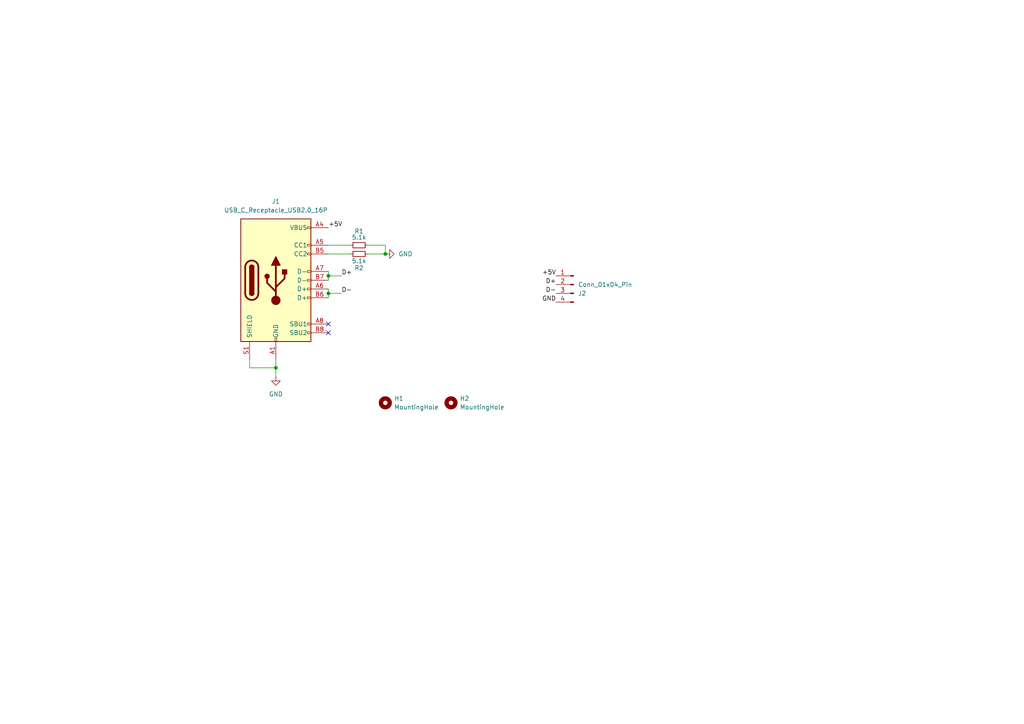
<source format=kicad_sch>
(kicad_sch (version 20231120) (generator "eeschema") (generator_version "8.0")
  (paper "A4")
  (title_block (title "Male pogo pin USB connector (for charging \"case\")"))
  (lib_symbols
    (symbol "Connector:Conn_01x04_Pin" (pin_names (offset 1.016) hide)
      (property "Reference" "J" (at 0 5.08 0))
      (property "Value" "Conn_01x04_Pin" (at 0 -7.62 0))
      (symbol "Conn_01x04_Pin_1_1"
        (polyline (pts (xy 1.27 -5.08) (xy 0.8636 -5.08)) (stroke (width 0.1524)))
        (polyline (pts (xy 1.27 -2.54) (xy 0.8636 -2.54)) (stroke (width 0.1524)))
        (polyline (pts (xy 1.27 0) (xy 0.8636 0)) (stroke (width 0.1524)))
        (polyline (pts (xy 1.27 2.54) (xy 0.8636 2.54)) (stroke (width 0.1524)))
        (rectangle (start 0.8636 -4.953) (end 0 -5.207) (stroke (width 0.1524)) (fill (type outline)))
        (rectangle (start 0.8636 -2.413) (end 0 -2.667) (stroke (width 0.1524)) (fill (type outline)))
        (rectangle (start 0.8636 0.127) (end 0 -0.127) (stroke (width 0.1524)) (fill (type outline)))
        (rectangle (start 0.8636 2.667) (end 0 2.413) (stroke (width 0.1524)) (fill (type outline)))
        (pin passive line (at 5.08 2.54 180) (length 3.81) (name "Pin_1") (number "1"))
        (pin passive line (at 5.08 0 180) (length 3.81) (name "Pin_2") (number "2"))
        (pin passive line (at 5.08 -2.54 180) (length 3.81) (name "Pin_3") (number "3"))
        (pin passive line (at 5.08 -5.08 180) (length 3.81) (name "Pin_4") (number "4"))
      )
    )
    (symbol "Connector:USB_C_Receptacle_USB2.0_16P" (pin_names (offset 1.016))
      (property "Reference" "J" (at 0 22.225 0))
      (property "Value" "USB_C_Receptacle_USB2.0_16P" (at 0 19.685 0))
      (symbol "USB_C_Receptacle_USB2.0_16P_0_0"
        (rectangle (start -0.254 -17.78) (end 0.254 -16.764))
        (rectangle (start 10.16 -14.986) (end 9.144 -15.494))
        (rectangle (start 10.16 -12.446) (end 9.144 -12.954))
        (rectangle (start 10.16 -4.826) (end 9.144 -5.334))
        (rectangle (start 10.16 -2.286) (end 9.144 -2.794))
        (rectangle (start 10.16 0.254) (end 9.144 -0.254))
        (rectangle (start 10.16 2.794) (end 9.144 2.286))
        (rectangle (start 10.16 7.874) (end 9.144 7.366))
        (rectangle (start 10.16 10.414) (end 9.144 9.906))
        (rectangle (start 10.16 15.494) (end 9.144 14.986))
      )
      (symbol "USB_C_Receptacle_USB2.0_16P_0_1"
        (rectangle (start -10.16 17.78) (end 10.16 -17.78) (stroke (width 0.254)) (fill (type background)))
        (arc (start -8.89 -3.81) (mid -6.985 -5.7067) (end -5.08 -3.81) (stroke (width 0.508)))
        (arc (start -7.62 -3.81) (mid -6.985 -4.4423) (end -6.35 -3.81) (stroke (width 0.254)))
        (arc (start -7.62 -3.81) (mid -6.985 -4.4423) (end -6.35 -3.81) (stroke (width 0.254)) (fill (type outline)))
        (rectangle (start -7.62 -3.81) (end -6.35 3.81) (stroke (width 0.254)) (fill (type outline)))
        (arc (start -6.35 3.81) (mid -6.985 4.4423) (end -7.62 3.81) (stroke (width 0.254)))
        (arc (start -6.35 3.81) (mid -6.985 4.4423) (end -7.62 3.81) (stroke (width 0.254)) (fill (type outline)))
        (arc (start -5.08 3.81) (mid -6.985 5.7067) (end -8.89 3.81) (stroke (width 0.508)))
        (circle (center -2.54 1.143) (radius 0.635) (stroke (width 0.254)) (fill (type outline)))
        (circle (center 0 -5.842) (radius 1.27) (fill (type outline)))
        (polyline (pts (xy -8.89 -3.81) (xy -8.89 3.81)) (stroke (width 0.508)))
        (polyline (pts (xy -5.08 3.81) (xy -5.08 -3.81)) (stroke (width 0.508)))
        (polyline (pts (xy 0 -5.842) (xy 0 4.318)) (stroke (width 0.508)))
        (polyline (pts (xy 0 -3.302) (xy -2.54 -0.762) (xy -2.54 0.508)) (stroke (width 0.508)))
        (polyline (pts (xy 0 -2.032) (xy 2.54 0.508) (xy 2.54 1.778)) (stroke (width 0.508)))
        (polyline (pts (xy -1.27 4.318) (xy 0 6.858) (xy 1.27 4.318) (xy -1.27 4.318)) (stroke (width 0.254)) (fill (type outline)))
        (rectangle (start 1.905 1.778) (end 3.175 3.048) (stroke (width 0.254)) (fill (type outline)))
      )
      (symbol "USB_C_Receptacle_USB2.0_16P_1_1"
        (pin passive line (at 0 -22.86 90) (length 5.08) (name "GND") (number "A1"))
        (pin passive line (at 0 -22.86 90) (length 5.08) hide (name "GND") (number "A12"))
        (pin passive line (at 15.24 15.24 180) (length 5.08) (name "VBUS") (number "A4"))
        (pin bidirectional line (at 15.24 10.16 180) (length 5.08) (name "CC1") (number "A5"))
        (pin bidirectional line (at 15.24 -2.54 180) (length 5.08) (name "D+") (number "A6"))
        (pin bidirectional line (at 15.24 2.54 180) (length 5.08) (name "D-") (number "A7"))
        (pin bidirectional line (at 15.24 -12.7 180) (length 5.08) (name "SBU1") (number "A8"))
        (pin passive line (at 15.24 15.24 180) (length 5.08) hide (name "VBUS") (number "A9"))
        (pin passive line (at 0 -22.86 90) (length 5.08) hide (name "GND") (number "B1"))
        (pin passive line (at 0 -22.86 90) (length 5.08) hide (name "GND") (number "B12"))
        (pin passive line (at 15.24 15.24 180) (length 5.08) hide (name "VBUS") (number "B4"))
        (pin bidirectional line (at 15.24 7.62 180) (length 5.08) (name "CC2") (number "B5"))
        (pin bidirectional line (at 15.24 -5.08 180) (length 5.08) (name "D+") (number "B6"))
        (pin bidirectional line (at 15.24 0 180) (length 5.08) (name "D-") (number "B7"))
        (pin bidirectional line (at 15.24 -15.24 180) (length 5.08) (name "SBU2") (number "B8"))
        (pin passive line (at 15.24 15.24 180) (length 5.08) hide (name "VBUS") (number "B9"))
        (pin passive line (at -7.62 -22.86 90) (length 5.08) (name "SHIELD") (number "S1"))
      )
    )
    (symbol "Device:R_Small" (pin_numbers hide) (pin_names (offset 0.254) hide)
      (property "Reference" "R" (at 0.762 0.508 0))
      (property "Value" "R_Small" (at 0.762 -1.016 0))
      (symbol "R_Small_0_1"
        (rectangle (start -0.762 1.778) (end 0.762 -1.778) (stroke (width 0.2032)))
      )
      (symbol "R_Small_1_1"
        (pin passive line (at 0 2.54 270) (length 0.762) (name "~") (number "1"))
        (pin passive line (at 0 -2.54 90) (length 0.762) (name "~") (number "2"))
      )
    )
    (symbol "Mechanical:MountingHole" (pin_names (offset 1.016)) (exclude_from_sim yes) (in_bom no)
      (property "Reference" "H" (at 0 5.08 0))
      (property "Value" "MountingHole" (at 0 3.175 0))
      (symbol "MountingHole_0_1"
        (circle (center 0 0) (radius 1.27) (stroke (width 1.27)))
      )
    )
    (symbol "power:GND" (power) (pin_numbers hide) (pin_names (offset 0) hide)
      (property "Value" "GND" (at 0 -3.81 0))
      (symbol "GND_0_1"
        (polyline (pts (xy 0 0) (xy 0 -1.27) (xy 1.27 -1.27) (xy 0 -2.54) (xy -1.27 -1.27) (xy 0 -1.27)))
      )
      (symbol "GND_1_1"
        (pin power_in line (at 0 0 270) (length 0) (name "~") (number "1"))
      )
    )
  )
  (junction (at 95.25 80.01))
  (junction (at 80.01 106.68))
  (junction (at 111.76 73.66))
  (junction (at 95.25 85.09))
  (no_connect (at 95.25 96.52))
  (no_connect (at 95.25 93.98))
  (wire (pts (xy 95.25 85.09) (xy 99.06 85.09)))
  (wire (pts (xy 111.76 71.12) (xy 111.76 73.66)))
  (wire (pts (xy 106.68 71.12) (xy 111.76 71.12)))
  (wire (pts (xy 106.68 73.66) (xy 111.76 73.66)))
  (wire (pts (xy 95.25 83.82) (xy 95.25 85.09)))
  (wire (pts (xy 80.01 106.68) (xy 80.01 109.22)))
  (wire (pts (xy 95.25 71.12) (xy 101.6 71.12)))
  (wire (pts (xy 95.25 85.09) (xy 95.25 86.36)))
  (wire (pts (xy 95.25 80.01) (xy 95.25 81.28)))
  (wire (pts (xy 72.39 106.68) (xy 80.01 106.68)))
  (wire (pts (xy 95.25 80.01) (xy 99.06 80.01)))
  (wire (pts (xy 72.39 104.14) (xy 72.39 106.68)))
  (wire (pts (xy 95.25 73.66) (xy 101.6 73.66)))
  (wire (pts (xy 95.25 78.74) (xy 95.25 80.01)))
  (wire (pts (xy 80.01 104.14) (xy 80.01 106.68)))
  (label "D+" (at 99.06 80.01 0))
  (label "D+" (at 161.29 82.55 180))
  (label "D-" (at 99.06 85.09 0))
  (label "GND" (at 161.29 87.63 180))
  (label "D-" (at 161.29 85.09 180))
  (label "+5V" (at 95.25 66.04 0))
  (label "+5V" (at 161.29 80.01 180))
  (symbol (lib_id "Device:R_Small") (at 104.14 71.12 90) (unit 1)
    (property "Reference" "R1" (at 104.14 67.056 90))
    (property "Value" "5.1k" (at 104.14 68.834 90))
    (property "Footprint" "Resistor_SMD:R_0402_1005Metric" (effects (hide yes)))
    (property "Description" "Resistor, small symbol" (effects (hide yes)))
  )
  (symbol (lib_id "Device:R_Small") (at 104.14 73.66 90) (unit 1)
    (property "Reference" "R2" (at 104.14 77.724 90))
    (property "Value" "5.1k" (at 104.14 75.692 90))
    (property "Footprint" "Resistor_SMD:R_0402_1005Metric" (effects (hide yes)))
    (property "Description" "Resistor, small symbol" (effects (hide yes)))
  )
  (symbol (lib_id "Connector:Conn_01x04_Pin") (at 166.37 82.55 0) (mirror y) (unit 1)
    (property "Reference" "J2" (at 167.64 85.0901 0) (effects (justify right)))
    (property "Value" "Conn_01x04_Pin" (at 167.64 82.5501 0) (effects (justify right)))
    (property "Footprint" "Connector_PinHeader_2.54mm:PinHeader_1x04_P2.54mm_Vertical" (effects (hide yes)))
    (property "Description" "Generic connector, single row, 01x04, script generated" (effects (hide yes)))
  )
  (symbol (lib_id "power:GND") (at 111.76 73.66 90) (unit 1)
    (property "Reference" "#PWR01" (effects (hide yes)))
    (property "Value" "GND" (at 115.57 73.6599 90) (effects (justify right)))
    (property "Description" "Power symbol creates a global label with name \"GND\" , ground" (effects (hide yes)))
  )
  (symbol (lib_id "Connector:USB_C_Receptacle_USB2.0_16P") (at 80.01 81.28 0) (unit 1)
    (property "Reference" "J1" (at 80.01 58.42 0))
    (property "Value" "USB_C_Receptacle_USB2.0_16P" (at 80.01 60.96 0))
    (property "Footprint" "Connector_USB:USB_C_Receptacle_G-Switch_GT-USB-7010ASV" (effects (hide yes)))
    (property "Datasheet" "https://www.usb.org/sites/default/files/documents/usb_type-c.zip" (effects (hide yes)))
    (property "Description" "USB 2.0-only 16P Type-C Receptacle connector" (effects (hide yes)))
  )
  (symbol (lib_id "Mechanical:MountingHole") (at 111.76 116.84 0) (unit 1) (exclude_from_sim yes) (in_bom no)
    (property "Reference" "H1" (at 114.3 115.5699 0) (effects (justify left)))
    (property "Value" "MountingHole" (at 114.3 118.1099 0) (effects (justify left)))
    (property "Footprint" "pogo:MountingHole_1.2mm_M1" (effects (hide yes)))
    (property "Description" "Mounting Hole without connection" (effects (hide yes)))
  )
  (symbol (lib_id "Mechanical:MountingHole") (at 130.81 116.84 0) (unit 1) (exclude_from_sim yes) (in_bom no)
    (property "Reference" "H2" (at 133.35 115.5699 0) (effects (justify left)))
    (property "Value" "MountingHole" (at 133.35 118.1099 0) (effects (justify left)))
    (property "Footprint" "pogo:MountingHole_1.2mm_M1" (effects (hide yes)))
    (property "Description" "Mounting Hole without connection" (effects (hide yes)))
  )
  (symbol (lib_id "power:GND") (at 80.01 109.22 0) (unit 1)
    (property "Reference" "#PWR02" (effects (hide yes)))
    (property "Value" "GND" (at 80.01 114.3 0))
    (property "Description" "Power symbol creates a global label with name \"GND\" , ground" (effects (hide yes)))
  )
)
</source>
